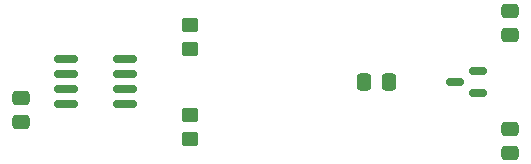
<source format=gtp>
G04 #@! TF.GenerationSoftware,KiCad,Pcbnew,7.0.9-1.fc39*
G04 #@! TF.CreationDate,2023-11-14T16:16:57+02:00*
G04 #@! TF.ProjectId,CAN_transceiver_module,43414e5f-7472-4616-9e73-636569766572,v1.0*
G04 #@! TF.SameCoordinates,Original*
G04 #@! TF.FileFunction,Paste,Top*
G04 #@! TF.FilePolarity,Positive*
%FSLAX46Y46*%
G04 Gerber Fmt 4.6, Leading zero omitted, Abs format (unit mm)*
G04 Created by KiCad (PCBNEW 7.0.9-1.fc39) date 2023-11-14 16:16:57*
%MOMM*%
%LPD*%
G01*
G04 APERTURE LIST*
G04 Aperture macros list*
%AMRoundRect*
0 Rectangle with rounded corners*
0 $1 Rounding radius*
0 $2 $3 $4 $5 $6 $7 $8 $9 X,Y pos of 4 corners*
0 Add a 4 corners polygon primitive as box body*
4,1,4,$2,$3,$4,$5,$6,$7,$8,$9,$2,$3,0*
0 Add four circle primitives for the rounded corners*
1,1,$1+$1,$2,$3*
1,1,$1+$1,$4,$5*
1,1,$1+$1,$6,$7*
1,1,$1+$1,$8,$9*
0 Add four rect primitives between the rounded corners*
20,1,$1+$1,$2,$3,$4,$5,0*
20,1,$1+$1,$4,$5,$6,$7,0*
20,1,$1+$1,$6,$7,$8,$9,0*
20,1,$1+$1,$8,$9,$2,$3,0*%
G04 Aperture macros list end*
%ADD10RoundRect,0.250000X-0.337500X-0.475000X0.337500X-0.475000X0.337500X0.475000X-0.337500X0.475000X0*%
%ADD11RoundRect,0.150000X0.587500X0.150000X-0.587500X0.150000X-0.587500X-0.150000X0.587500X-0.150000X0*%
%ADD12RoundRect,0.250000X-0.475000X0.337500X-0.475000X-0.337500X0.475000X-0.337500X0.475000X0.337500X0*%
%ADD13RoundRect,0.150000X-0.825000X-0.150000X0.825000X-0.150000X0.825000X0.150000X-0.825000X0.150000X0*%
%ADD14RoundRect,0.250000X0.475000X-0.337500X0.475000X0.337500X-0.475000X0.337500X-0.475000X-0.337500X0*%
%ADD15RoundRect,0.250000X0.450000X-0.350000X0.450000X0.350000X-0.450000X0.350000X-0.450000X-0.350000X0*%
%ADD16RoundRect,0.250000X-0.450000X0.350000X-0.450000X-0.350000X0.450000X-0.350000X0.450000X0.350000X0*%
G04 APERTURE END LIST*
D10*
X136837500Y-100000000D03*
X134762500Y-100000000D03*
D11*
X144337500Y-100950000D03*
X144337500Y-99050000D03*
X142462500Y-100000000D03*
D12*
X105700000Y-101362500D03*
X105700000Y-103437500D03*
D13*
X109525000Y-98095000D03*
X109525000Y-99365000D03*
X109525000Y-100635000D03*
X109525000Y-101905000D03*
X114475000Y-101905000D03*
X114475000Y-100635000D03*
X114475000Y-99365000D03*
X114475000Y-98095000D03*
D14*
X147100000Y-106037500D03*
X147100000Y-103962500D03*
D15*
X120000000Y-102800000D03*
X120000000Y-104800000D03*
D14*
X147100000Y-96037500D03*
X147100000Y-93962500D03*
D16*
X120000000Y-97200000D03*
X120000000Y-95200000D03*
M02*

</source>
